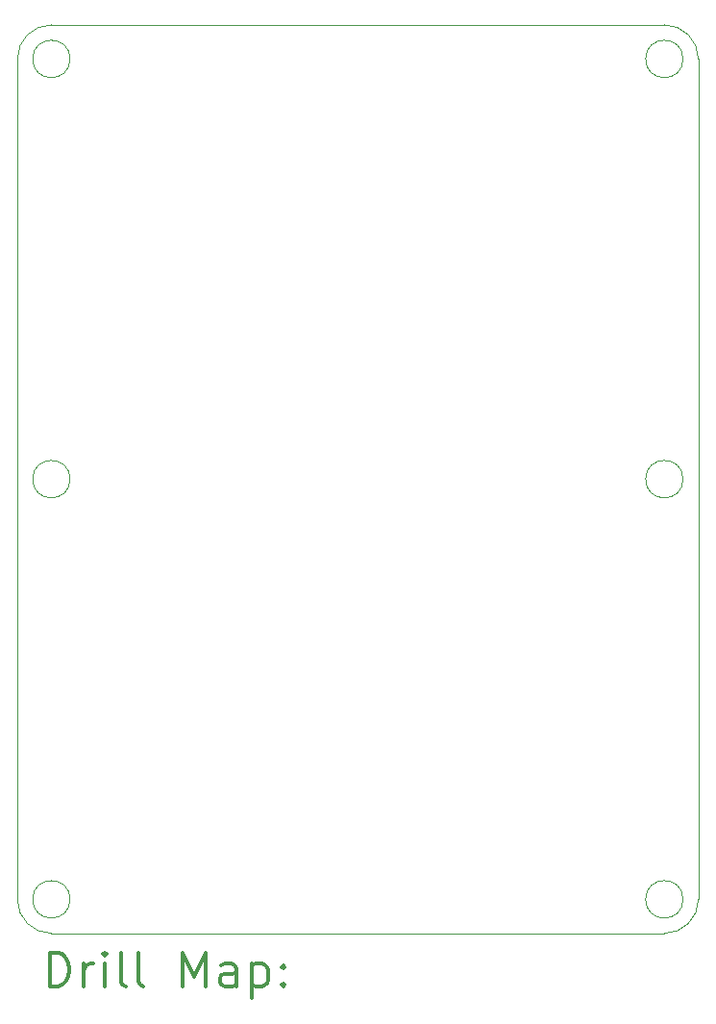
<source format=gbr>
%FSLAX45Y45*%
G04 Gerber Fmt 4.5, Leading zero omitted, Abs format (unit mm)*
G04 Created by KiCad (PCBNEW (5.1.9)-1) date 2021-08-06 16:11:33*
%MOMM*%
%LPD*%
G01*
G04 APERTURE LIST*
%TA.AperFunction,Profile*%
%ADD10C,0.050000*%
%TD*%
%ADD11C,0.200000*%
%ADD12C,0.300000*%
G04 APERTURE END LIST*
D10*
X11465000Y-10000000D02*
G75*
G03*
X11465000Y-10000000I-165000J0D01*
G01*
X16865000Y-10000000D02*
G75*
G03*
X16865000Y-10000000I-165000J0D01*
G01*
X16865000Y-13700000D02*
G75*
G03*
X16865000Y-13700000I-165000J0D01*
G01*
X11465000Y-13700000D02*
G75*
G03*
X11465000Y-13700000I-165000J0D01*
G01*
X11465000Y-6300000D02*
G75*
G03*
X11465000Y-6300000I-165000J0D01*
G01*
X16865000Y-6300000D02*
G75*
G03*
X16865000Y-6300000I-165000J0D01*
G01*
X11300000Y-14000000D02*
X16700000Y-14000000D01*
X11000000Y-6300000D02*
X11000000Y-13700000D01*
X16700000Y-6000000D02*
X11300000Y-6000000D01*
X17000000Y-13700000D02*
G75*
G02*
X16700000Y-14000000I-300000J0D01*
G01*
X17000000Y-6300000D02*
X17000000Y-13700000D01*
X11300000Y-14000000D02*
G75*
G02*
X11000000Y-13700000I0J300000D01*
G01*
X16700000Y-6000000D02*
G75*
G02*
X17000000Y-6300000I0J-300000D01*
G01*
X11000000Y-6300000D02*
G75*
G02*
X11300000Y-6000000I300000J0D01*
G01*
D11*
D12*
X11283928Y-14468214D02*
X11283928Y-14168214D01*
X11355357Y-14168214D01*
X11398214Y-14182500D01*
X11426786Y-14211071D01*
X11441071Y-14239643D01*
X11455357Y-14296786D01*
X11455357Y-14339643D01*
X11441071Y-14396786D01*
X11426786Y-14425357D01*
X11398214Y-14453929D01*
X11355357Y-14468214D01*
X11283928Y-14468214D01*
X11583928Y-14468214D02*
X11583928Y-14268214D01*
X11583928Y-14325357D02*
X11598214Y-14296786D01*
X11612500Y-14282500D01*
X11641071Y-14268214D01*
X11669643Y-14268214D01*
X11769643Y-14468214D02*
X11769643Y-14268214D01*
X11769643Y-14168214D02*
X11755357Y-14182500D01*
X11769643Y-14196786D01*
X11783928Y-14182500D01*
X11769643Y-14168214D01*
X11769643Y-14196786D01*
X11955357Y-14468214D02*
X11926786Y-14453929D01*
X11912500Y-14425357D01*
X11912500Y-14168214D01*
X12112500Y-14468214D02*
X12083928Y-14453929D01*
X12069643Y-14425357D01*
X12069643Y-14168214D01*
X12455357Y-14468214D02*
X12455357Y-14168214D01*
X12555357Y-14382500D01*
X12655357Y-14168214D01*
X12655357Y-14468214D01*
X12926786Y-14468214D02*
X12926786Y-14311071D01*
X12912500Y-14282500D01*
X12883928Y-14268214D01*
X12826786Y-14268214D01*
X12798214Y-14282500D01*
X12926786Y-14453929D02*
X12898214Y-14468214D01*
X12826786Y-14468214D01*
X12798214Y-14453929D01*
X12783928Y-14425357D01*
X12783928Y-14396786D01*
X12798214Y-14368214D01*
X12826786Y-14353929D01*
X12898214Y-14353929D01*
X12926786Y-14339643D01*
X13069643Y-14268214D02*
X13069643Y-14568214D01*
X13069643Y-14282500D02*
X13098214Y-14268214D01*
X13155357Y-14268214D01*
X13183928Y-14282500D01*
X13198214Y-14296786D01*
X13212500Y-14325357D01*
X13212500Y-14411071D01*
X13198214Y-14439643D01*
X13183928Y-14453929D01*
X13155357Y-14468214D01*
X13098214Y-14468214D01*
X13069643Y-14453929D01*
X13341071Y-14439643D02*
X13355357Y-14453929D01*
X13341071Y-14468214D01*
X13326786Y-14453929D01*
X13341071Y-14439643D01*
X13341071Y-14468214D01*
X13341071Y-14282500D02*
X13355357Y-14296786D01*
X13341071Y-14311071D01*
X13326786Y-14296786D01*
X13341071Y-14282500D01*
X13341071Y-14311071D01*
M02*

</source>
